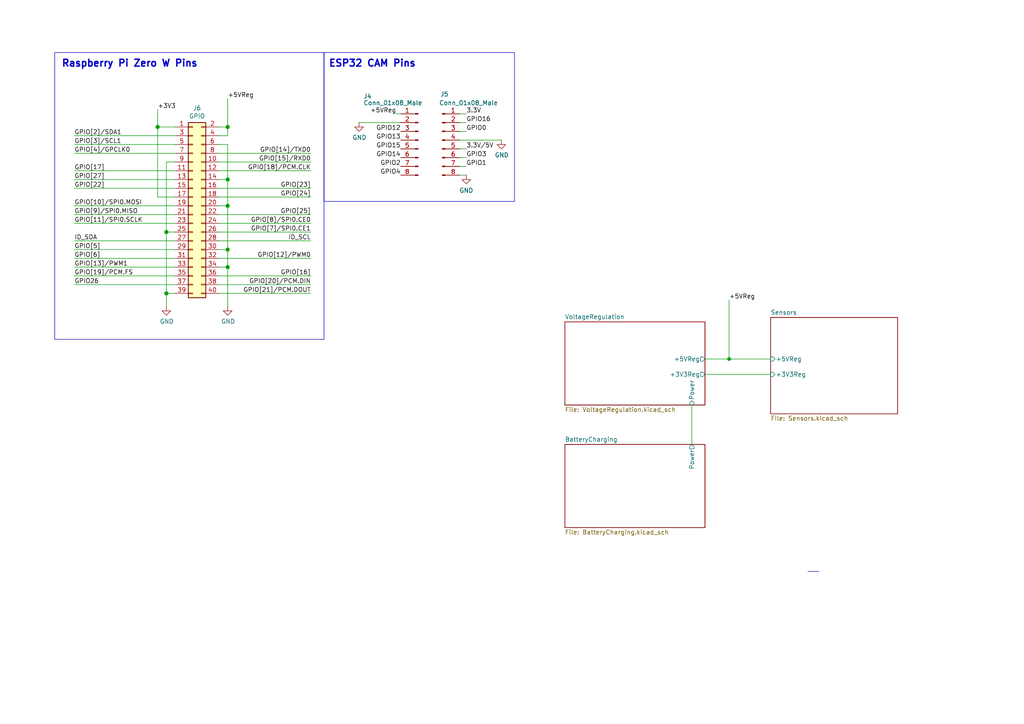
<source format=kicad_sch>
(kicad_sch (version 20230121) (generator eeschema)
  (paper "A4")
  (title_block (title "Power Submodule for Scale") (date "2023-04-13") (rev "V1") (company "University of Cape Town") (comment 1 "Author: Sarah Tallack"))
  (lib_symbols
    (symbol "Connector:Conn_01x08_Male" (pin_names (offset 1.016) hide)
      (property "Reference" "J" (at 0 10.16 0))
      (property "Value" "Conn_01x08_Male" (at 0 -12.7 0))
      (symbol "Conn_01x08_Male_1_1"
        (polyline (pts (xy 1.27 -10.16) (xy 0.8636 -10.16)) (stroke (width 0.1524)))
        (polyline (pts (xy 1.27 -7.62) (xy 0.8636 -7.62)) (stroke (width 0.1524)))
        (polyline (pts (xy 1.27 -5.08) (xy 0.8636 -5.08)) (stroke (width 0.1524)))
        (polyline (pts (xy 1.27 -2.54) (xy 0.8636 -2.54)) (stroke (width 0.1524)))
        (polyline (pts (xy 1.27 0) (xy 0.8636 0)) (stroke (width 0.1524)))
        (polyline (pts (xy 1.27 2.54) (xy 0.8636 2.54)) (stroke (width 0.1524)))
        (polyline (pts (xy 1.27 5.08) (xy 0.8636 5.08)) (stroke (width 0.1524)))
        (polyline (pts (xy 1.27 7.62) (xy 0.8636 7.62)) (stroke (width 0.1524)))
        (rectangle (start 0.8636 -10.033) (end 0 -10.287) (stroke (width 0.1524)) (fill (type outline)))
        (rectangle (start 0.8636 -7.493) (end 0 -7.747) (stroke (width 0.1524)) (fill (type outline)))
        (rectangle (start 0.8636 -4.953) (end 0 -5.207) (stroke (width 0.1524)) (fill (type outline)))
        (rectangle (start 0.8636 -2.413) (end 0 -2.667) (stroke (width 0.1524)) (fill (type outline)))
        (rectangle (start 0.8636 0.127) (end 0 -0.127) (stroke (width 0.1524)) (fill (type outline)))
        (rectangle (start 0.8636 2.667) (end 0 2.413) (stroke (width 0.1524)) (fill (type outline)))
        (rectangle (start 0.8636 5.207) (end 0 4.953) (stroke (width 0.1524)) (fill (type outline)))
        (rectangle (start 0.8636 7.747) (end 0 7.493) (stroke (width 0.1524)) (fill (type outline)))
        (pin passive line (at 5.08 7.62 180) (length 3.81) (name "Pin_1") (number "1"))
        (pin passive line (at 5.08 5.08 180) (length 3.81) (name "Pin_2") (number "2"))
        (pin passive line (at 5.08 2.54 180) (length 3.81) (name "Pin_3") (number "3"))
        (pin passive line (at 5.08 0 180) (length 3.81) (name "Pin_4") (number "4"))
        (pin passive line (at 5.08 -2.54 180) (length 3.81) (name "Pin_5") (number "5"))
        (pin passive line (at 5.08 -5.08 180) (length 3.81) (name "Pin_6") (number "6"))
        (pin passive line (at 5.08 -7.62 180) (length 3.81) (name "Pin_7") (number "7"))
        (pin passive line (at 5.08 -10.16 180) (length 3.81) (name "Pin_8") (number "8"))
      )
    )
    (symbol "Connector_Generic:Conn_02x20_Odd_Even" (pin_names (offset 1.016) hide)
      (property "Reference" "J" (at 1.27 25.4 0))
      (property "Value" "Conn_02x20_Odd_Even" (at 1.27 -27.94 0))
      (symbol "Conn_02x20_Odd_Even_1_1"
        (rectangle (start -1.27 -25.273) (end 0 -25.527) (stroke (width 0.1524)))
        (rectangle (start -1.27 -22.733) (end 0 -22.987) (stroke (width 0.1524)))
        (rectangle (start -1.27 -20.193) (end 0 -20.447) (stroke (width 0.1524)))
        (rectangle (start -1.27 -17.653) (end 0 -17.907) (stroke (width 0.1524)))
        (rectangle (start -1.27 -15.113) (end 0 -15.367) (stroke (width 0.1524)))
        (rectangle (start -1.27 -12.573) (end 0 -12.827) (stroke (width 0.1524)))
        (rectangle (start -1.27 -10.033) (end 0 -10.287) (stroke (width 0.1524)))
        (rectangle (start -1.27 -7.493) (end 0 -7.747) (stroke (width 0.1524)))
        (rectangle (start -1.27 -4.953) (end 0 -5.207) (stroke (width 0.1524)))
        (rectangle (start -1.27 -2.413) (end 0 -2.667) (stroke (width 0.1524)))
        (rectangle (start -1.27 0.127) (end 0 -0.127) (stroke (width 0.1524)))
        (rectangle (start -1.27 2.667) (end 0 2.413) (stroke (width 0.1524)))
        (rectangle (start -1.27 5.207) (end 0 4.953) (stroke (width 0.1524)))
        (rectangle (start -1.27 7.747) (end 0 7.493) (stroke (width 0.1524)))
        (rectangle (start -1.27 10.287) (end 0 10.033) (stroke (width 0.1524)))
        (rectangle (start -1.27 12.827) (end 0 12.573) (stroke (width 0.1524)))
        (rectangle (start -1.27 15.367) (end 0 15.113) (stroke (width 0.1524)))
        (rectangle (start -1.27 17.907) (end 0 17.653) (stroke (width 0.1524)))
        (rectangle (start -1.27 20.447) (end 0 20.193) (stroke (width 0.1524)))
        (rectangle (start -1.27 22.987) (end 0 22.733) (stroke (width 0.1524)))
        (rectangle (start -1.27 24.13) (end 3.81 -26.67) (stroke (width 0.254)) (fill (type background)))
        (rectangle (start 3.81 -25.273) (end 2.54 -25.527) (stroke (width 0.1524)))
        (rectangle (start 3.81 -22.733) (end 2.54 -22.987) (stroke (width 0.1524)))
        (rectangle (start 3.81 -20.193) (end 2.54 -20.447) (stroke (width 0.1524)))
        (rectangle (start 3.81 -17.653) (end 2.54 -17.907) (stroke (width 0.1524)))
        (rectangle (start 3.81 -15.113) (end 2.54 -15.367) (stroke (width 0.1524)))
        (rectangle (start 3.81 -12.573) (end 2.54 -12.827) (stroke (width 0.1524)))
        (rectangle (start 3.81 -10.033) (end 2.54 -10.287) (stroke (width 0.1524)))
        (rectangle (start 3.81 -7.493) (end 2.54 -7.747) (stroke (width 0.1524)))
        (rectangle (start 3.81 -4.953) (end 2.54 -5.207) (stroke (width 0.1524)))
        (rectangle (start 3.81 -2.413) (end 2.54 -2.667) (stroke (width 0.1524)))
        (rectangle (start 3.81 0.127) (end 2.54 -0.127) (stroke (width 0.1524)))
        (rectangle (start 3.81 2.667) (end 2.54 2.413) (stroke (width 0.1524)))
        (rectangle (start 3.81 5.207) (end 2.54 4.953) (stroke (width 0.1524)))
        (rectangle (start 3.81 7.747) (end 2.54 7.493) (stroke (width 0.1524)))
        (rectangle (start 3.81 10.287) (end 2.54 10.033) (stroke (width 0.1524)))
        (rectangle (start 3.81 12.827) (end 2.54 12.573) (stroke (width 0.1524)))
        (rectangle (start 3.81 15.367) (end 2.54 15.113) (stroke (width 0.1524)))
        (rectangle (start 3.81 17.907) (end 2.54 17.653) (stroke (width 0.1524)))
        (rectangle (start 3.81 20.447) (end 2.54 20.193) (stroke (width 0.1524)))
        (rectangle (start 3.81 22.987) (end 2.54 22.733) (stroke (width 0.1524)))
        (pin passive line (at -5.08 22.86 0) (length 3.81) (name "Pin_1") (number "1"))
        (pin passive line (at 7.62 12.7 180) (length 3.81) (name "Pin_10") (number "10"))
        (pin passive line (at -5.08 10.16 0) (length 3.81) (name "Pin_11") (number "11"))
        (pin passive line (at 7.62 10.16 180) (length 3.81) (name "Pin_12") (number "12"))
        (pin passive line (at -5.08 7.62 0) (length 3.81) (name "Pin_13") (number "13"))
        (pin passive line (at 7.62 7.62 180) (length 3.81) (name "Pin_14") (number "14"))
        (pin passive line (at -5.08 5.08 0) (length 3.81) (name "Pin_15") (number "15"))
        (pin passive line (at 7.62 5.08 180) (length 3.81) (name "Pin_16") (number "16"))
        (pin passive line (at -5.08 2.54 0) (length 3.81) (name "Pin_17") (number "17"))
        (pin passive line (at 7.62 2.54 180) (length 3.81) (name "Pin_18") (number "18"))
        (pin passive line (at -5.08 0 0) (length 3.81) (name "Pin_19") (number "19"))
        (pin passive line (at 7.62 22.86 180) (length 3.81) (name "Pin_2") (number "2"))
        (pin passive line (at 7.62 0 180) (length 3.81) (name "Pin_20") (number "20"))
        (pin passive line (at -5.08 -2.54 0) (length 3.81) (name "Pin_21") (number "21"))
        (pin passive line (at 7.62 -2.54 180) (length 3.81) (name "Pin_22") (number "22"))
        (pin passive line (at -5.08 -5.08 0) (length 3.81) (name "Pin_23") (number "23"))
        (pin passive line (at 7.62 -5.08 180) (length 3.81) (name "Pin_24") (number "24"))
        (pin passive line (at -5.08 -7.62 0) (length 3.81) (name "Pin_25") (number "25"))
        (pin passive line (at 7.62 -7.62 180) (length 3.81) (name "Pin_26") (number "26"))
        (pin passive line (at -5.08 -10.16 0) (length 3.81) (name "Pin_27") (number "27"))
        (pin passive line (at 7.62 -10.16 180) (length 3.81) (name "Pin_28") (number "28"))
        (pin passive line (at -5.08 -12.7 0) (length 3.81) (name "Pin_29") (number "29"))
        (pin passive line (at -5.08 20.32 0) (length 3.81) (name "Pin_3") (number "3"))
        (pin passive line (at 7.62 -12.7 180) (length 3.81) (name "Pin_30") (number "30"))
        (pin passive line (at -5.08 -15.24 0) (length 3.81) (name "Pin_31") (number "31"))
        (pin passive line (at 7.62 -15.24 180) (length 3.81) (name "Pin_32") (number "32"))
        (pin passive line (at -5.08 -17.78 0) (length 3.81) (name "Pin_33") (number "33"))
        (pin passive line (at 7.62 -17.78 180) (length 3.81) (name "Pin_34") (number "34"))
        (pin passive line (at -5.08 -20.32 0) (length 3.81) (name "Pin_35") (number "35"))
        (pin passive line (at 7.62 -20.32 180) (length 3.81) (name "Pin_36") (number "36"))
        (pin passive line (at -5.08 -22.86 0) (length 3.81) (name "Pin_37") (number "37"))
        (pin passive line (at 7.62 -22.86 180) (length 3.81) (name "Pin_38") (number "38"))
        (pin passive line (at -5.08 -25.4 0) (length 3.81) (name "Pin_39") (number "39"))
        (pin passive line (at 7.62 20.32 180) (length 3.81) (name "Pin_4") (number "4"))
        (pin passive line (at 7.62 -25.4 180) (length 3.81) (name "Pin_40") (number "40"))
        (pin passive line (at -5.08 17.78 0) (length 3.81) (name "Pin_5") (number "5"))
        (pin passive line (at 7.62 17.78 180) (length 3.81) (name "Pin_6") (number "6"))
        (pin passive line (at -5.08 15.24 0) (length 3.81) (name "Pin_7") (number "7"))
        (pin passive line (at 7.62 15.24 180) (length 3.81) (name "Pin_8") (number "8"))
        (pin passive line (at -5.08 12.7 0) (length 3.81) (name "Pin_9") (number "9"))
      )
    )
    (symbol "power:GND" (power) (pin_names (offset 0))
      (property "Value" "GND" (at 0 -3.81 0))
      (symbol "GND_0_1"
        (polyline (pts (xy 0 0) (xy 0 -1.27) (xy 1.27 -1.27) (xy 0 -2.54) (xy -1.27 -1.27) (xy 0 -1.27)))
      )
      (symbol "GND_1_1"
        (pin power_in line (at 0 0 270) (length 0) hide (name "GND") (number "1"))
      )
    )
  )
  (junction (at 45.72 36.83) (diameter 1.016))
  (junction (at 66.04 52.07) (diameter 1.016))
  (junction (at 66.04 72.39) (diameter 1.016))
  (junction (at 66.04 36.83) (diameter 1.016))
  (junction (at 48.26 67.31) (diameter 1.016))
  (junction (at 48.26 85.09) (diameter 1.016))
  (junction (at 211.455 104.14))
  (junction (at 66.04 77.47) (diameter 1.016))
  (junction (at 66.04 59.69) (diameter 1.016))
  (wire (pts (xy 48.26 85.09) (xy 48.26 88.9)))
  (wire (pts (xy 63.5 49.53) (xy 90.17 49.53)))
  (wire (pts (xy 135.255 33.02) (xy 133.35 33.02)))
  (wire (pts (xy 63.5 69.85) (xy 90.17 69.85)))
  (wire (pts (xy 66.04 41.91) (xy 63.5 41.91)))
  (wire (pts (xy 135.255 35.56) (xy 133.35 35.56)))
  (wire (pts (xy 66.04 77.47) (xy 66.04 88.9)))
  (wire (pts (xy 66.04 36.83) (xy 63.5 36.83)))
  (wire (pts (xy 133.35 40.64) (xy 145.415 40.64)))
  (wire (pts (xy 66.04 72.39) (xy 66.04 77.47)))
  (wire (pts (xy 45.72 36.83) (xy 50.8 36.83)))
  (wire (pts (xy 114.935 33.02) (xy 116.205 33.02)))
  (wire (pts (xy 48.26 67.31) (xy 48.26 85.09)))
  (wire (pts (xy 50.8 49.53) (xy 21.59 49.53)))
  (wire (pts (xy 21.59 54.61) (xy 50.8 54.61)))
  (wire (pts (xy 50.8 77.47) (xy 21.59 77.47)))
  (wire (pts (xy 66.04 59.69) (xy 66.04 72.39)))
  (wire (pts (xy 63.5 54.61) (xy 90.17 54.61)))
  (wire (pts (xy 66.04 52.07) (xy 63.5 52.07)))
  (polyline (pts (xy 234.315 165.735) (xy 237.49 165.735)))
  (wire (pts (xy 63.5 67.31) (xy 90.17 67.31)))
  (wire (pts (xy 50.8 39.37) (xy 21.59 39.37)))
  (wire (pts (xy 66.04 28.575) (xy 66.04 36.83)))
  (wire (pts (xy 66.04 41.91) (xy 66.04 52.07)))
  (wire (pts (xy 63.5 82.55) (xy 90.17 82.55)))
  (wire (pts (xy 63.5 64.77) (xy 90.17 64.77)))
  (wire (pts (xy 135.255 43.18) (xy 133.35 43.18)))
  (wire (pts (xy 21.59 41.91) (xy 50.8 41.91)))
  (wire (pts (xy 63.5 44.45) (xy 90.17 44.45)))
  (wire (pts (xy 223.52 104.14) (xy 211.455 104.14)))
  (wire (pts (xy 135.255 50.8) (xy 133.35 50.8)))
  (wire (pts (xy 21.59 74.93) (xy 50.8 74.93)))
  (wire (pts (xy 66.04 52.07) (xy 66.04 59.69)))
  (wire (pts (xy 21.59 62.23) (xy 50.8 62.23)))
  (wire (pts (xy 63.5 62.23) (xy 90.17 62.23)))
  (wire (pts (xy 200.66 117.475) (xy 200.66 128.905)))
  (wire (pts (xy 48.26 85.09) (xy 50.8 85.09)))
  (wire (pts (xy 48.26 46.99) (xy 50.8 46.99)))
  (wire (pts (xy 45.72 36.83) (xy 45.72 57.15)))
  (wire (pts (xy 104.14 35.56) (xy 116.205 35.56)))
  (wire (pts (xy 63.5 74.93) (xy 90.17 74.93)))
  (wire (pts (xy 21.59 44.45) (xy 50.8 44.45)))
  (wire (pts (xy 21.59 80.01) (xy 50.8 80.01)))
  (wire (pts (xy 63.5 57.15) (xy 90.17 57.15)))
  (wire (pts (xy 48.26 67.31) (xy 50.8 67.31)))
  (wire (pts (xy 50.8 59.69) (xy 21.59 59.69)))
  (wire (pts (xy 21.59 52.07) (xy 50.8 52.07)))
  (wire (pts (xy 66.04 36.83) (xy 66.04 39.37)))
  (wire (pts (xy 135.255 48.26) (xy 133.35 48.26)))
  (wire (pts (xy 66.04 72.39) (xy 63.5 72.39)))
  (wire (pts (xy 135.255 38.1) (xy 133.35 38.1)))
  (wire (pts (xy 48.26 46.99) (xy 48.26 67.31)))
  (wire (pts (xy 45.72 31.75) (xy 45.72 36.83)))
  (wire (pts (xy 66.04 77.47) (xy 63.5 77.47)))
  (wire (pts (xy 21.59 64.77) (xy 50.8 64.77)))
  (wire (pts (xy 50.8 69.85) (xy 21.59 69.85)))
  (wire (pts (xy 21.59 82.55) (xy 50.8 82.55)))
  (wire (pts (xy 21.59 72.39) (xy 50.8 72.39)))
  (wire (pts (xy 45.72 57.15) (xy 50.8 57.15)))
  (wire (pts (xy 66.04 39.37) (xy 63.5 39.37)))
  (wire (pts (xy 63.5 85.09) (xy 90.17 85.09)))
  (wire (pts (xy 63.5 46.99) (xy 90.17 46.99)))
  (wire (pts (xy 135.255 45.72) (xy 133.35 45.72)))
  (wire (pts (xy 204.47 108.585) (xy 223.52 108.585)))
  (wire (pts (xy 63.5 80.01) (xy 90.17 80.01)))
  (wire (pts (xy 204.47 104.14) (xy 211.455 104.14)))
  (wire (pts (xy 211.455 104.14) (xy 211.455 86.995)))
  (wire (pts (xy 66.04 59.69) (xy 63.5 59.69)))
  (rectangle (start 15.875 15.24) (end 93.98 98.425))
  (rectangle (start 93.98 15.24) (end 149.225 58.42))
  (text "Raspberry Pi Zero W Pins" (at 17.78 19.685 0) (effects (font (size 2 2) (thickness 0.4) bold) (justify left bottom)))
  (text "ESP32 CAM Pins\n" (at 95.25 19.685 0) (effects (font (size 2 2) (thickness 0.4) bold) (justify left bottom)))
  (label "GPIO[6]" (at 21.59 74.93 0))
  (label "GPIO[8]{slash}SPI0.CE0" (at 90.17 64.77 180))
  (label "GPIO[27]" (at 21.59 52.07 0))
  (label "3.3V{slash}5V" (at 135.255 43.18 0))
  (label "GPIO[10]{slash}SPI0.MOSI" (at 21.59 59.69 0))
  (label "GPIO3" (at 135.255 45.72 0))
  (label "+5VReg" (at 66.04 28.575 0))
  (label "GPIO12" (at 116.205 38.1 180))
  (label "GPIO1" (at 135.255 48.26 0))
  (label "GPIO[2]{slash}SDA1" (at 21.59 39.37 0))
  (label "GPIO14" (at 116.205 45.72 180))
  (label "GPIO[15]{slash}RXD0" (at 90.17 46.99 180))
  (label "GPIO[22]" (at 21.59 54.61 0))
  (label "GPIO[4]{slash}GPCLK0" (at 21.59 44.45 0))
  (label "GPIO[11]{slash}SPI0.SCLK" (at 21.59 64.77 0))
  (label "GPIO[5]" (at 21.59 72.39 0))
  (label "ID_SDA" (at 21.59 69.85 0))
  (label "GPIO[25]" (at 90.17 62.23 180))
  (label "GPIO[13]{slash}PWM1" (at 21.59 77.47 0))
  (label "GPIO[23]" (at 90.17 54.61 180))
  (label "GPIO[21]{slash}PCM.DOUT" (at 90.17 85.09 180))
  (label "GPIO[24]" (at 90.17 57.15 180))
  (label "GPIO13" (at 116.205 40.64 180))
  (label "GPIO[12]{slash}PWM0" (at 90.17 74.93 180))
  (label "GPIO15" (at 116.205 43.18 180))
  (label "GPIO[20]{slash}PCM.DIN" (at 90.17 82.55 180))
  (label "GPIO[16]" (at 90.17 80.01 180))
  (label "GPIO16" (at 135.255 35.56 0))
  (label "ID_SCL" (at 90.17 69.85 180))
  (label "GPIO4" (at 116.205 50.8 180))
  (label "GPIO[19]{slash}PCM.FS" (at 21.59 80.01 0))
  (label "GPIO0" (at 135.255 38.1 0))
  (label "3.3V" (at 135.255 33.02 0))
  (label "GPIO[9]{slash}SPI0.MISO" (at 21.59 62.23 0))
  (label "GPIO[3]{slash}SCL1" (at 21.59 41.91 0))
  (label "+3V3" (at 45.72 31.75 0))
  (label "+5VReg" (at 211.455 86.995 0))
  (label "GPIO2" (at 116.205 48.26 180))
  (label "GPIO[18]{slash}PCM.CLK" (at 90.17 49.53 180))
  (label "GPIO[7]{slash}SPI0.CE1" (at 90.17 67.31 180))
  (label "GPIO26" (at 21.59 82.55 0))
  (label "GPIO[14]{slash}TXD0" (at 90.17 44.45 180))
  (label "GPIO[17]" (at 21.59 49.53 0))
  (label "+5VReg" (at 114.935 33.02 180))
  (symbol (lib_id "power:GND") (at 48.26 88.9 0) (unit 1)
    (property "Reference" "#PWR021" (effects hide))
    (property "Value" "GND" (at 48.3743 93.2244 0))
  )
  (symbol (lib_id "power:GND") (at 135.255 50.8 0) (unit 1)
    (property "Reference" "#PWR019" (effects hide))
    (property "Value" "GND" (at 135.255 55.245 0))
  )
  (symbol (lib_id "power:GND") (at 66.04 88.9 0) (unit 1)
    (property "Reference" "#PWR022" (effects hide))
    (property "Value" "GND" (at 66.1543 93.2244 0))
  )
  (symbol (lib_id "Connector:Conn_01x08_Male") (at 121.285 40.64 0) (mirror y) (unit 1)
    (property "Reference" "J4" (at 105.41 27.94 0) (effects (justify right)))
    (property "Value" "Conn_01x08_Male" (at 105.41 29.845 0) (effects (justify right)))
    (property "Footprint" "Connector_PinSocket_2.54mm:PinSocket_1x08_P2.54mm_Vertical" (effects hide))
    (property "Populate" "No" (effects hide))
  )
  (symbol (lib_id "Connector:Conn_01x08_Male") (at 128.27 40.64 0) (unit 1)
    (property "Reference" "J5" (at 128.905 27.305 0))
    (property "Value" "Conn_01x08_Male" (at 135.89 29.845 0))
    (property "Footprint" "Connector_PinSocket_2.54mm:PinSocket_1x08_P2.54mm_Vertical" (effects hide))
    (property "Populate" "No" (effects hide))
  )
  (symbol (lib_id "Connector_Generic:Conn_02x20_Odd_Even") (at 55.88 59.69 0) (unit 1)
    (property "Reference" "J6" (at 57.15 31.3498 0))
    (property "Value" "GPIO" (at 57.15 33.655 0))
    (property "Footprint" "Connector_PinSocket_2.54mm:PinSocket_2x20_P2.54mm_Vertical" (effects hide))
    (property "Populate" "No" (effects hide))
  )
  (symbol (lib_id "power:GND") (at 145.415 40.64 0) (unit 1)
    (property "Reference" "#PWR020" (effects hide))
    (property "Value" "GND" (at 145.5293 44.9644 0))
  )
  (symbol (lib_id "power:GND") (at 104.14 35.56 0) (unit 1)
    (property "Reference" "#PWR018" (effects hide))
    (property "Value" "GND" (at 104.2543 39.8844 0))
  )
  (sheet (at 163.83 93.345) (size 40.64 24.13) (stroke (width 0.1524))
    (property "Sheetname" "VoltageRegulation" (at 163.83 92.6334 0) (effects (justify left bottom)))
    (property "Sheetfile" "VoltageRegulation.kicad_sch" (at 163.83 118.0596 0) (effects (justify left top)))
    (pin "+5VReg" output (at 204.47 104.14 0))
    (pin "+3V3Reg" output (at 204.47 108.585 0))
    (pin "Power" input (at 200.66 117.475 270))
  )
  (sheet (at 223.52 92.075) (size 36.83 27.94) (stroke (width 0.1524))
    (property "Sheetname" "Sensors" (at 223.52 91.3634 0) (effects (justify left bottom)))
    (property "Sheetfile" "Sensors.kicad_sch" (at 223.52 120.5996 0) (effects (justify left top)))
    (pin "+3V3Reg" input (at 223.52 108.585 180))
    (pin "+5VReg" input (at 223.52 104.14 180))
  )
  (sheet (at 163.83 128.905) (size 40.64 24.13) (stroke (width 0.1524))
    (property "Sheetname" "BatteryCharging" (at 163.83 128.1934 0) (effects (justify left bottom)))
    (property "Sheetfile" "BatteryCharging.kicad_sch" (at 163.83 153.6196 0) (effects (justify left top)))
    (pin "Power" output (at 200.66 128.905 90))
  )
)
</source>
